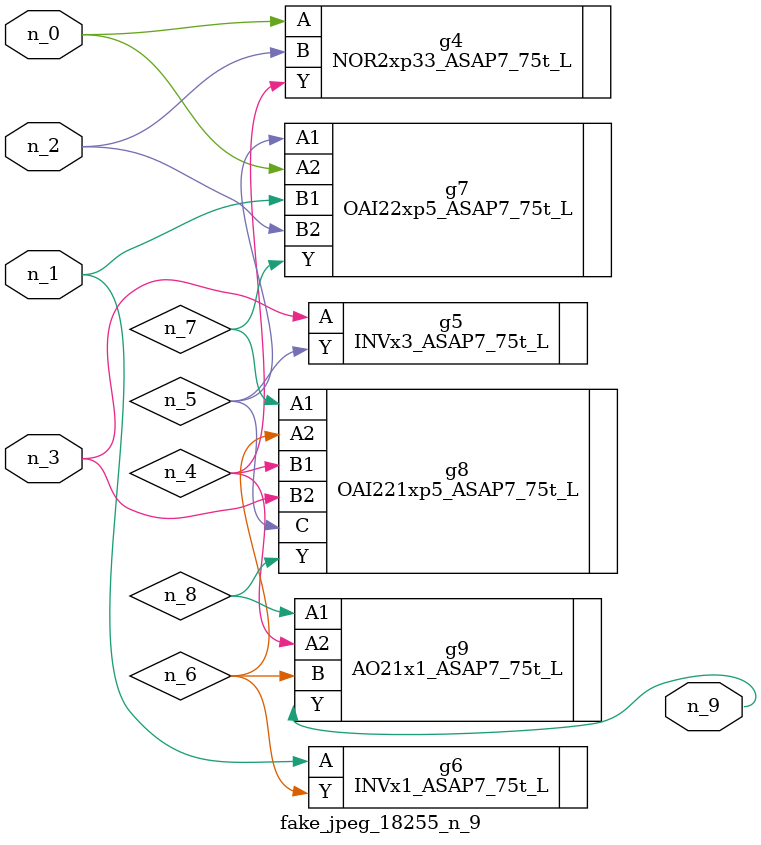
<source format=v>
module fake_jpeg_18255_n_9 (n_0, n_3, n_2, n_1, n_9);

input n_0;
input n_3;
input n_2;
input n_1;

output n_9;

wire n_4;
wire n_8;
wire n_6;
wire n_5;
wire n_7;

NOR2xp33_ASAP7_75t_L g4 ( 
.A(n_0),
.B(n_2),
.Y(n_4)
);

INVx3_ASAP7_75t_L g5 ( 
.A(n_3),
.Y(n_5)
);

INVx1_ASAP7_75t_L g6 ( 
.A(n_1),
.Y(n_6)
);

OAI22xp5_ASAP7_75t_L g7 ( 
.A1(n_5),
.A2(n_0),
.B1(n_1),
.B2(n_2),
.Y(n_7)
);

OAI221xp5_ASAP7_75t_L g8 ( 
.A1(n_7),
.A2(n_6),
.B1(n_4),
.B2(n_3),
.C(n_5),
.Y(n_8)
);

AO21x1_ASAP7_75t_L g9 ( 
.A1(n_8),
.A2(n_4),
.B(n_6),
.Y(n_9)
);


endmodule
</source>
